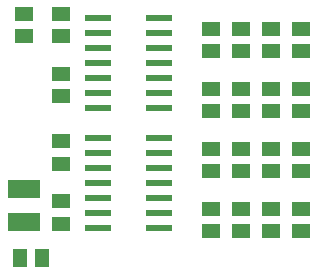
<source format=gbr>
G04 EAGLE Gerber X2 export*
%TF.Part,Single*%
%TF.FileFunction,Paste,Top*%
%TF.FilePolarity,Positive*%
%TF.GenerationSoftware,Autodesk,EAGLE,8.7.0*%
%TF.CreationDate,2018-05-23T13:35:31Z*%
G75*
%MOMM*%
%FSLAX34Y34*%
%LPD*%
%AMOC8*
5,1,8,0,0,1.08239X$1,22.5*%
G01*
%ADD10R,2.700000X1.600000*%
%ADD11R,1.500000X1.300000*%
%ADD12R,2.200000X0.600000*%
%ADD13R,1.300000X1.500000*%


D10*
X177800Y195550D03*
X177800Y223550D03*
D11*
X412750Y307950D03*
X412750Y288950D03*
X387350Y307950D03*
X387350Y288950D03*
X361950Y307950D03*
X361950Y288950D03*
X336550Y307950D03*
X336550Y288950D03*
D12*
X240700Y254000D03*
X292700Y254000D03*
X240700Y266700D03*
X240700Y241300D03*
X240700Y228600D03*
X292700Y266700D03*
X292700Y241300D03*
X292700Y228600D03*
X240700Y203200D03*
X292700Y203200D03*
X240700Y215900D03*
X240700Y190500D03*
X292700Y215900D03*
X292700Y190500D03*
D11*
X209550Y244500D03*
X209550Y263500D03*
D13*
X174650Y165100D03*
X193650Y165100D03*
D11*
X209550Y301650D03*
X209550Y320650D03*
X209550Y193700D03*
X209550Y212700D03*
X387350Y358750D03*
X387350Y339750D03*
X412750Y358750D03*
X412750Y339750D03*
X209550Y352450D03*
X209550Y371450D03*
X361950Y358750D03*
X361950Y339750D03*
X336550Y358750D03*
X336550Y339750D03*
X177800Y371450D03*
X177800Y352450D03*
D12*
X240700Y355600D03*
X292700Y355600D03*
X240700Y368300D03*
X240700Y342900D03*
X240700Y330200D03*
X292700Y368300D03*
X292700Y342900D03*
X292700Y330200D03*
X240700Y304800D03*
X292700Y304800D03*
X240700Y317500D03*
X240700Y292100D03*
X292700Y317500D03*
X292700Y292100D03*
D11*
X412750Y238150D03*
X412750Y257150D03*
X387350Y238150D03*
X387350Y257150D03*
X412750Y187350D03*
X412750Y206350D03*
X387350Y187350D03*
X387350Y206350D03*
X361950Y238150D03*
X361950Y257150D03*
X336144Y238150D03*
X336144Y257150D03*
X361950Y187350D03*
X361950Y206350D03*
X336550Y187350D03*
X336550Y206350D03*
M02*

</source>
